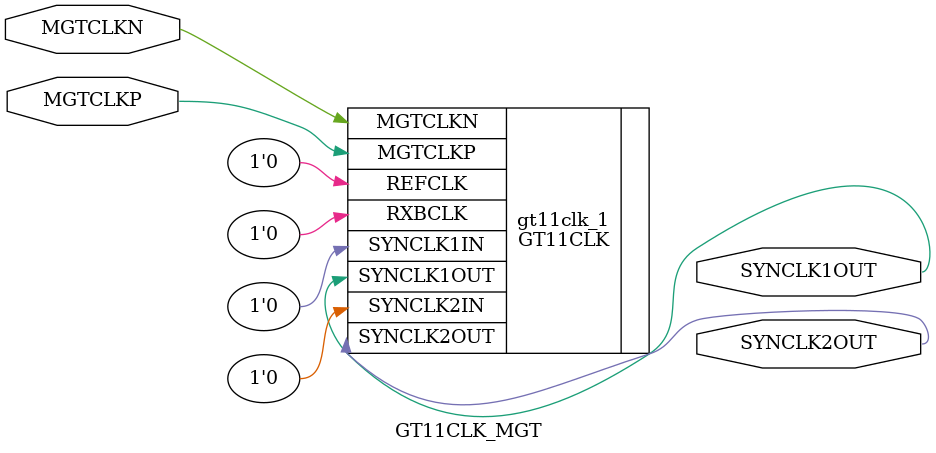
<source format=v>

`timescale 1 ps / 1 ps 

module GT11CLK_MGT (
	SYNCLK1OUT,
	SYNCLK2OUT,
	MGTCLKN,
	MGTCLKP
);

parameter SYNCLK1OUTEN = "ENABLE";
parameter SYNCLK2OUTEN = "DISABLE";


output SYNCLK1OUT;
output SYNCLK2OUT;

input MGTCLKN;
input MGTCLKP;


GT11CLK gt11clk_1 (
	.MGTCLKN (MGTCLKN),
	.MGTCLKP (MGTCLKP),
	.SYNCLK1OUT (SYNCLK1OUT),
	.SYNCLK2OUT (SYNCLK2OUT),
	.REFCLK(1'b0),
	.RXBCLK(1'b0),
	.SYNCLK1IN(1'b0),
	.SYNCLK2IN(1'b0)
);

defparam gt11clk_1.REFCLKSEL = "MGTCLK";
defparam gt11clk_1.SYNCLK1OUTEN = SYNCLK1OUTEN;
defparam gt11clk_1.SYNCLK2OUTEN = SYNCLK2OUTEN;

endmodule

</source>
